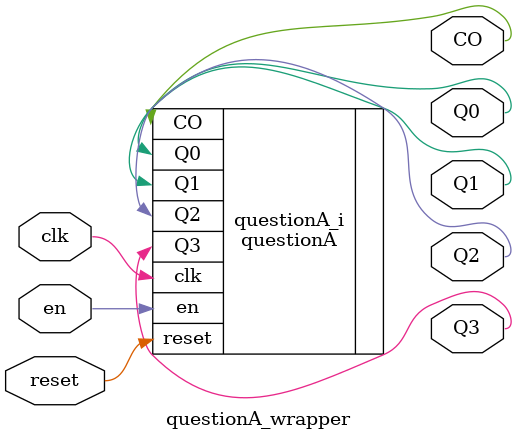
<source format=v>
`timescale 1 ps / 1 ps

module questionA_wrapper
   (CO,
    Q0,
    Q1,
    Q2,
    Q3,
    clk,
    en,
    reset);
  output CO;
  output Q0;
  output Q1;
  output Q2;
  output Q3;
  input clk;
  input en;
  input reset;

  wire CO;
  wire Q0;
  wire Q1;
  wire Q2;
  wire Q3;
  wire clk;
  wire en;
  wire reset;

  questionA questionA_i
       (.CO(CO),
        .Q0(Q0),
        .Q1(Q1),
        .Q2(Q2),
        .Q3(Q3),
        .clk(clk),
        .en(en),
        .reset(reset));
endmodule

</source>
